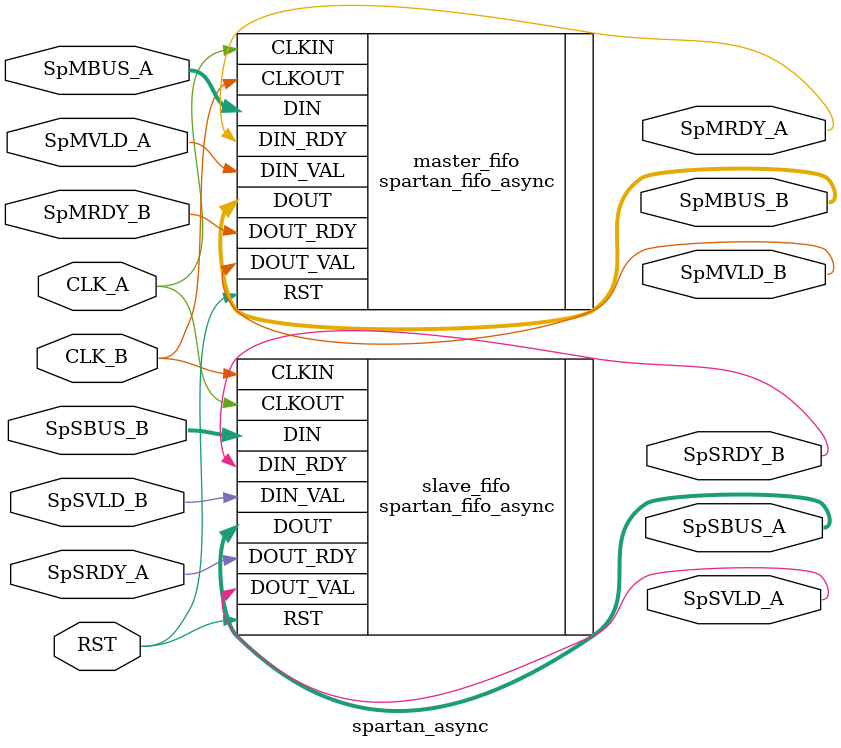
<source format=v>

module spartan_async
(
    CLK_A,
    RST,
    
    SpMBUS_A,
    SpMVLD_A,
    SpMRDY_A,
    
    SpSBUS_A,
    SpSVLD_A,
    SpSRDY_A,
    
    CLK_B,
    
    SpMBUS_B,
    SpMVLD_B,
    SpMRDY_B,
    
    SpSBUS_B,
    SpSVLD_B,
    SpSRDY_B    
);

    parameter BWIDTH = 64;
    
    input CLK_A;
    input RST;
    
    input [BWIDTH+1:0] SpMBUS_A;
    input SpMVLD_A;
    output SpMRDY_A;
    
    output [BWIDTH+1:0] SpSBUS_A;
    output SpSVLD_A;
    input SpSRDY_A;
    
    input CLK_B;

    output [BWIDTH+1:0] SpMBUS_B;
    output SpMVLD_B;
    input SpMRDY_B;
    
    input [BWIDTH+1:0] SpSBUS_B;
    input SpSVLD_B;
    output SpSRDY_B;
        
    spartan_fifo_async #(.DATA_WIDTH(BWIDTH+2)) master_fifo
    (
        .CLKIN(CLK_A),
        .RST(RST),

        .DIN(SpMBUS_A),
        .DIN_VAL(SpMVLD_A),
        .DIN_RDY(SpMRDY_A),

        .CLKOUT(CLK_B),

        .DOUT(SpMBUS_B),
        .DOUT_VAL(SpMVLD_B),
        .DOUT_RDY(SpMRDY_B)
    );

    spartan_fifo_async #(.DATA_WIDTH(BWIDTH+2)) slave_fifo
    (
        .CLKIN(CLK_B),
        .RST(RST),

        .DIN(SpSBUS_B),
        .DIN_VAL(SpSVLD_B),
        .DIN_RDY(SpSRDY_B),

        .CLKOUT(CLK_A),

        .DOUT(SpSBUS_A),
        .DOUT_VAL(SpSVLD_A),
        .DOUT_RDY(SpSRDY_A)
    );       
    
endmodule

</source>
